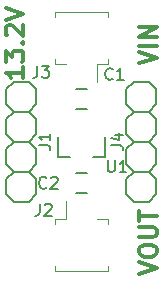
<source format=gto>
G04 #@! TF.GenerationSoftware,KiCad,Pcbnew,5.0.1-33cea8e~68~ubuntu18.04.1*
G04 #@! TF.CreationDate,2018-11-09T10:03:27+01:00*
G04 #@! TF.ProjectId,MCP1702_SOT89_breakoutmodule,4D4350313730325F534F5438395F6272,rev?*
G04 #@! TF.SameCoordinates,Original*
G04 #@! TF.FileFunction,Legend,Top*
G04 #@! TF.FilePolarity,Positive*
%FSLAX46Y46*%
G04 Gerber Fmt 4.6, Leading zero omitted, Abs format (unit mm)*
G04 Created by KiCad (PCBNEW 5.0.1-33cea8e~68~ubuntu18.04.1) date vr 09 nov 2018 10:03:27 CET*
%MOMM*%
%LPD*%
G01*
G04 APERTURE LIST*
%ADD10C,0.300000*%
%ADD11C,0.150000*%
%ADD12C,0.152400*%
%ADD13C,0.120000*%
G04 APERTURE END LIST*
D10*
X140778571Y-88642857D02*
X142278571Y-88142857D01*
X140778571Y-87642857D01*
X140778571Y-86857142D02*
X140778571Y-86571428D01*
X140850000Y-86428571D01*
X140992857Y-86285714D01*
X141278571Y-86214285D01*
X141778571Y-86214285D01*
X142064285Y-86285714D01*
X142207142Y-86428571D01*
X142278571Y-86571428D01*
X142278571Y-86857142D01*
X142207142Y-87000000D01*
X142064285Y-87142857D01*
X141778571Y-87214285D01*
X141278571Y-87214285D01*
X140992857Y-87142857D01*
X140850000Y-87000000D01*
X140778571Y-86857142D01*
X140778571Y-85571428D02*
X141992857Y-85571428D01*
X142135714Y-85500000D01*
X142207142Y-85428571D01*
X142278571Y-85285714D01*
X142278571Y-85000000D01*
X142207142Y-84857142D01*
X142135714Y-84785714D01*
X141992857Y-84714285D01*
X140778571Y-84714285D01*
X140778571Y-84214285D02*
X140778571Y-83357142D01*
X142278571Y-83785714D02*
X140778571Y-83785714D01*
X130978571Y-71200000D02*
X130978571Y-72057142D01*
X130978571Y-71628571D02*
X129478571Y-71628571D01*
X129692857Y-71771428D01*
X129835714Y-71914285D01*
X129907142Y-72057142D01*
X129478571Y-70700000D02*
X129478571Y-69771428D01*
X130050000Y-70271428D01*
X130050000Y-70057142D01*
X130121428Y-69914285D01*
X130192857Y-69842857D01*
X130335714Y-69771428D01*
X130692857Y-69771428D01*
X130835714Y-69842857D01*
X130907142Y-69914285D01*
X130978571Y-70057142D01*
X130978571Y-70485714D01*
X130907142Y-70628571D01*
X130835714Y-70700000D01*
X130835714Y-69128571D02*
X130907142Y-69057142D01*
X130978571Y-69128571D01*
X130907142Y-69200000D01*
X130835714Y-69128571D01*
X130978571Y-69128571D01*
X129621428Y-68485714D02*
X129550000Y-68414285D01*
X129478571Y-68271428D01*
X129478571Y-67914285D01*
X129550000Y-67771428D01*
X129621428Y-67700000D01*
X129764285Y-67628571D01*
X129907142Y-67628571D01*
X130121428Y-67700000D01*
X130978571Y-68557142D01*
X130978571Y-67628571D01*
X129478571Y-67200000D02*
X130978571Y-66700000D01*
X129478571Y-66200000D01*
X140783571Y-70857857D02*
X142283571Y-70357857D01*
X140783571Y-69857857D01*
X142283571Y-69357857D02*
X140783571Y-69357857D01*
X142283571Y-68643571D02*
X140783571Y-68643571D01*
X142283571Y-67786428D01*
X140783571Y-67786428D01*
D11*
G04 #@! TO.C,C1*
X135400000Y-74750000D02*
X136400000Y-74750000D01*
X136400000Y-73050000D02*
X135400000Y-73050000D01*
G04 #@! TO.C,C2*
X135400000Y-81850000D02*
X136400000Y-81850000D01*
X136400000Y-80150000D02*
X135400000Y-80150000D01*
D12*
G04 #@! TO.C,J1*
X131445000Y-77470000D02*
X132080000Y-78105000D01*
X132080000Y-78105000D02*
X132080000Y-79375000D01*
X132080000Y-79375000D02*
X131445000Y-80010000D01*
X131445000Y-80010000D02*
X130175000Y-80010000D01*
X130175000Y-80010000D02*
X129540000Y-79375000D01*
X129540000Y-79375000D02*
X129540000Y-78105000D01*
X129540000Y-78105000D02*
X130175000Y-77470000D01*
X132080000Y-73025000D02*
X132080000Y-74295000D01*
X132080000Y-74295000D02*
X131445000Y-74930000D01*
X131445000Y-74930000D02*
X130175000Y-74930000D01*
X130175000Y-74930000D02*
X129540000Y-74295000D01*
X131445000Y-74930000D02*
X132080000Y-75565000D01*
X132080000Y-75565000D02*
X132080000Y-76835000D01*
X132080000Y-76835000D02*
X131445000Y-77470000D01*
X131445000Y-77470000D02*
X130175000Y-77470000D01*
X130175000Y-77470000D02*
X129540000Y-76835000D01*
X129540000Y-76835000D02*
X129540000Y-75565000D01*
X129540000Y-75565000D02*
X130175000Y-74930000D01*
X131445000Y-72390000D02*
X130175000Y-72390000D01*
X132080000Y-73025000D02*
X131445000Y-72390000D01*
X130175000Y-72390000D02*
X129540000Y-73025000D01*
X129540000Y-74295000D02*
X129540000Y-73025000D01*
X132080000Y-80645000D02*
X132080000Y-81915000D01*
X132080000Y-81915000D02*
X131445000Y-82550000D01*
X131445000Y-82550000D02*
X130175000Y-82550000D01*
X130175000Y-82550000D02*
X129540000Y-81915000D01*
X132080000Y-80645000D02*
X131445000Y-80010000D01*
X130175000Y-80010000D02*
X129540000Y-80645000D01*
X129540000Y-81915000D02*
X129540000Y-80645000D01*
D13*
G04 #@! TO.C,J2*
X138125000Y-88435000D02*
X138125000Y-87985000D01*
X133655000Y-88435000D02*
X138125000Y-88435000D01*
X133655000Y-87985000D02*
X133655000Y-88435000D01*
X138125000Y-84015000D02*
X137175000Y-84015000D01*
X138125000Y-84465000D02*
X138125000Y-84015000D01*
X134605000Y-84015000D02*
X134605000Y-82525000D01*
X133655000Y-84015000D02*
X134605000Y-84015000D01*
X133655000Y-84465000D02*
X133655000Y-84015000D01*
G04 #@! TO.C,J3*
X138125000Y-70475000D02*
X138125000Y-70925000D01*
X138125000Y-70925000D02*
X137175000Y-70925000D01*
X137175000Y-70925000D02*
X137175000Y-72415000D01*
X133655000Y-70475000D02*
X133655000Y-70925000D01*
X133655000Y-70925000D02*
X134605000Y-70925000D01*
X138125000Y-66955000D02*
X138125000Y-66505000D01*
X138125000Y-66505000D02*
X133655000Y-66505000D01*
X133655000Y-66505000D02*
X133655000Y-66955000D01*
D12*
G04 #@! TO.C,J4*
X142240000Y-73025000D02*
X142240000Y-74295000D01*
X141605000Y-74930000D02*
X142240000Y-74295000D01*
X139700000Y-74295000D02*
X140335000Y-74930000D01*
X141605000Y-72390000D02*
X142240000Y-73025000D01*
X140335000Y-72390000D02*
X141605000Y-72390000D01*
X139700000Y-73025000D02*
X140335000Y-72390000D01*
X139700000Y-74295000D02*
X139700000Y-73025000D01*
X142240000Y-80645000D02*
X142240000Y-81915000D01*
X141605000Y-82550000D02*
X142240000Y-81915000D01*
X139700000Y-81915000D02*
X140335000Y-82550000D01*
X140335000Y-82550000D02*
X141605000Y-82550000D01*
X142240000Y-79375000D02*
X141605000Y-80010000D01*
X142240000Y-78105000D02*
X142240000Y-79375000D01*
X141605000Y-77470000D02*
X142240000Y-78105000D01*
X140335000Y-77470000D02*
X141605000Y-77470000D01*
X139700000Y-78105000D02*
X140335000Y-77470000D01*
X139700000Y-79375000D02*
X139700000Y-78105000D01*
X140335000Y-80010000D02*
X139700000Y-79375000D01*
X141605000Y-80010000D02*
X142240000Y-80645000D01*
X140335000Y-80010000D02*
X141605000Y-80010000D01*
X139700000Y-80645000D02*
X140335000Y-80010000D01*
X139700000Y-81915000D02*
X139700000Y-80645000D01*
X142240000Y-76835000D02*
X141605000Y-77470000D01*
X142240000Y-75565000D02*
X142240000Y-76835000D01*
X141605000Y-74930000D02*
X142240000Y-75565000D01*
X140335000Y-74930000D02*
X141605000Y-74930000D01*
X139700000Y-75565000D02*
X140335000Y-74930000D01*
X139700000Y-76835000D02*
X139700000Y-75565000D01*
X140335000Y-77470000D02*
X139700000Y-76835000D01*
D11*
G04 #@! TO.C,U1*
X133900000Y-78800000D02*
X133900000Y-77100000D01*
X134900000Y-78800000D02*
X133900000Y-78800000D01*
X137900000Y-78800000D02*
X136900000Y-78800000D01*
X137900000Y-77100000D02*
X137900000Y-78800000D01*
G04 #@! TO.C,C1*
X138533333Y-72157142D02*
X138485714Y-72204761D01*
X138342857Y-72252380D01*
X138247619Y-72252380D01*
X138104761Y-72204761D01*
X138009523Y-72109523D01*
X137961904Y-72014285D01*
X137914285Y-71823809D01*
X137914285Y-71680952D01*
X137961904Y-71490476D01*
X138009523Y-71395238D01*
X138104761Y-71300000D01*
X138247619Y-71252380D01*
X138342857Y-71252380D01*
X138485714Y-71300000D01*
X138533333Y-71347619D01*
X139485714Y-72252380D02*
X138914285Y-72252380D01*
X139200000Y-72252380D02*
X139200000Y-71252380D01*
X139104761Y-71395238D01*
X139009523Y-71490476D01*
X138914285Y-71538095D01*
G04 #@! TO.C,C2*
X132933333Y-81357142D02*
X132885714Y-81404761D01*
X132742857Y-81452380D01*
X132647619Y-81452380D01*
X132504761Y-81404761D01*
X132409523Y-81309523D01*
X132361904Y-81214285D01*
X132314285Y-81023809D01*
X132314285Y-80880952D01*
X132361904Y-80690476D01*
X132409523Y-80595238D01*
X132504761Y-80500000D01*
X132647619Y-80452380D01*
X132742857Y-80452380D01*
X132885714Y-80500000D01*
X132933333Y-80547619D01*
X133314285Y-80547619D02*
X133361904Y-80500000D01*
X133457142Y-80452380D01*
X133695238Y-80452380D01*
X133790476Y-80500000D01*
X133838095Y-80547619D01*
X133885714Y-80642857D01*
X133885714Y-80738095D01*
X133838095Y-80880952D01*
X133266666Y-81452380D01*
X133885714Y-81452380D01*
G04 #@! TO.C,J1*
X132262380Y-77803333D02*
X132976666Y-77803333D01*
X133119523Y-77850952D01*
X133214761Y-77946190D01*
X133262380Y-78089047D01*
X133262380Y-78184285D01*
X133262380Y-76803333D02*
X133262380Y-77374761D01*
X133262380Y-77089047D02*
X132262380Y-77089047D01*
X132405238Y-77184285D01*
X132500476Y-77279523D01*
X132548095Y-77374761D01*
G04 #@! TO.C,J2*
X132366666Y-82752380D02*
X132366666Y-83466666D01*
X132319047Y-83609523D01*
X132223809Y-83704761D01*
X132080952Y-83752380D01*
X131985714Y-83752380D01*
X132795238Y-82847619D02*
X132842857Y-82800000D01*
X132938095Y-82752380D01*
X133176190Y-82752380D01*
X133271428Y-82800000D01*
X133319047Y-82847619D01*
X133366666Y-82942857D01*
X133366666Y-83038095D01*
X133319047Y-83180952D01*
X132747619Y-83752380D01*
X133366666Y-83752380D01*
G04 #@! TO.C,J3*
X132166666Y-71052380D02*
X132166666Y-71766666D01*
X132119047Y-71909523D01*
X132023809Y-72004761D01*
X131880952Y-72052380D01*
X131785714Y-72052380D01*
X132547619Y-71052380D02*
X133166666Y-71052380D01*
X132833333Y-71433333D01*
X132976190Y-71433333D01*
X133071428Y-71480952D01*
X133119047Y-71528571D01*
X133166666Y-71623809D01*
X133166666Y-71861904D01*
X133119047Y-71957142D01*
X133071428Y-72004761D01*
X132976190Y-72052380D01*
X132690476Y-72052380D01*
X132595238Y-72004761D01*
X132547619Y-71957142D01*
G04 #@! TO.C,J4*
X138422380Y-77803333D02*
X139136666Y-77803333D01*
X139279523Y-77850952D01*
X139374761Y-77946190D01*
X139422380Y-78089047D01*
X139422380Y-78184285D01*
X138755714Y-76898571D02*
X139422380Y-76898571D01*
X138374761Y-77136666D02*
X139089047Y-77374761D01*
X139089047Y-76755714D01*
G04 #@! TO.C,U1*
X138138095Y-79052380D02*
X138138095Y-79861904D01*
X138185714Y-79957142D01*
X138233333Y-80004761D01*
X138328571Y-80052380D01*
X138519047Y-80052380D01*
X138614285Y-80004761D01*
X138661904Y-79957142D01*
X138709523Y-79861904D01*
X138709523Y-79052380D01*
X139709523Y-80052380D02*
X139138095Y-80052380D01*
X139423809Y-80052380D02*
X139423809Y-79052380D01*
X139328571Y-79195238D01*
X139233333Y-79290476D01*
X139138095Y-79338095D01*
G04 #@! TD*
M02*

</source>
